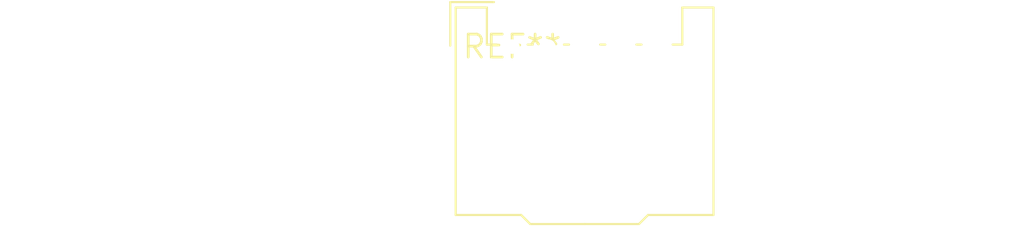
<source format=kicad_pcb>
(kicad_pcb (version 20240108) (generator pcbnew)
  (layers (0 "F.Cu" signal) (31 "B.Cu" signal) (34 "B.Paste" user) (35 "F.Paste" user) (36 "B.SilkS" user "B.Silkscreen") (37 "F.SilkS" user "F.Silkscreen") (38 "B.Mask" user) (39 "F.Mask" user) (44 "Edge.Cuts" user))
  (net 0 "")
  (footprint "Molex_MicroClasp_55935-0530_1x05_P2.00mm_Horizontal" (layer "F.Cu") (at 0 0)
    (property "Reference" "REF**")
    (property "Value" "Molex_MicroClasp_55935-0530_1x05_P2.00mm_Horizontal")
    (fp_line (start -3.41 -2.46) (end -1 -2.46) (layer "F.SilkS") (stroke (width 0.12)))
    (fp_line (start -3.41 -0.05) (end -3.41 -2.46) (layer "F.SilkS") (stroke (width 0.12)))
    (fp_line (start -3.11 -2.16) (end -1.39 -2.16) (layer "F.SilkS") (stroke (width 0.12)))
    (fp_line (start -3.11 9.31) (end -3.11 -2.16) (layer "F.SilkS") (stroke (width 0.12)))
    (fp_line (start -1.39 -2.16) (end -1.39 -0.11) (layer "F.SilkS") (stroke (width 0.12)))
    (fp_line (start -1.39 -0.11) (end -0.86 -0.11) (layer "F.SilkS") (stroke (width 0.12)))
    (fp_line (start 0.5 9.31) (end -3.11 9.31) (layer "F.SilkS") (stroke (width 0.12)))
    (fp_line (start 0.86 -0.11) (end 1.14 -0.11) (layer "F.SilkS") (stroke (width 0.12)))
    (fp_line (start 1 9.81) (end 0.5 9.31) (layer "F.SilkS") (stroke (width 0.12)))
    (fp_line (start 2.86 -0.11) (end 3.14 -0.11) (layer "F.SilkS") (stroke (width 0.12)))
    (fp_line (start 4 9.81) (end 1 9.81) (layer "F.SilkS") (stroke (width 0.12)))
    (fp_line (start 4 9.81) (end 7 9.81) (layer "F.SilkS") (stroke (width 0.12)))
    (fp_line (start 4.86 -0.11) (end 5.14 -0.11) (layer "F.SilkS") (stroke (width 0.12)))
    (fp_line (start 6.86 -0.11) (end 7.14 -0.11) (layer "F.SilkS") (stroke (width 0.12)))
    (fp_line (start 7 9.81) (end 7.5 9.31) (layer "F.SilkS") (stroke (width 0.12)))
    (fp_line (start 7.5 9.31) (end 11.11 9.31) (layer "F.SilkS") (stroke (width 0.12)))
    (fp_line (start 9.39 -2.16) (end 9.39 -0.11) (layer "F.SilkS") (stroke (width 0.12)))
    (fp_line (start 9.39 -0.11) (end 8.86 -0.11) (layer "F.SilkS") (stroke (width 0.12)))
    (fp_line (start 11.11 -2.16) (end 9.39 -2.16) (layer "F.SilkS") (stroke (width 0.12)))
    (fp_line (start 11.11 9.31) (end 11.11 -2.16) (layer "F.SilkS") (stroke (width 0.12)))
    (pad "1" thru_hole roundrect (at 0 0) (size 1.2 1.8) (drill 0.8) (layers *.Cu *.Mask) (remove_unused_layers) (roundrect_rratio 0.208333))
    (pad "2" thru_hole oval (at 2 0) (size 1.2 1.8) (drill 0.8) (layers *.Cu *.Mask) (remove_unused_layers))
    (pad "3" thru_hole oval (at 4 0) (size 1.2 1.8) (drill 0.8) (layers *.Cu *.Mask) (remove_unused_layers))
    (pad "4" thru_hole oval (at 6 0) (size 1.2 1.8) (drill 0.8) (layers *.Cu *.Mask) (remove_unused_layers))
    (pad "5" thru_hole oval (at 8 0) (size 1.2 1.8) (drill 0.8) (layers *.Cu *.Mask) (remove_unused_layers))
  )
)
</source>
